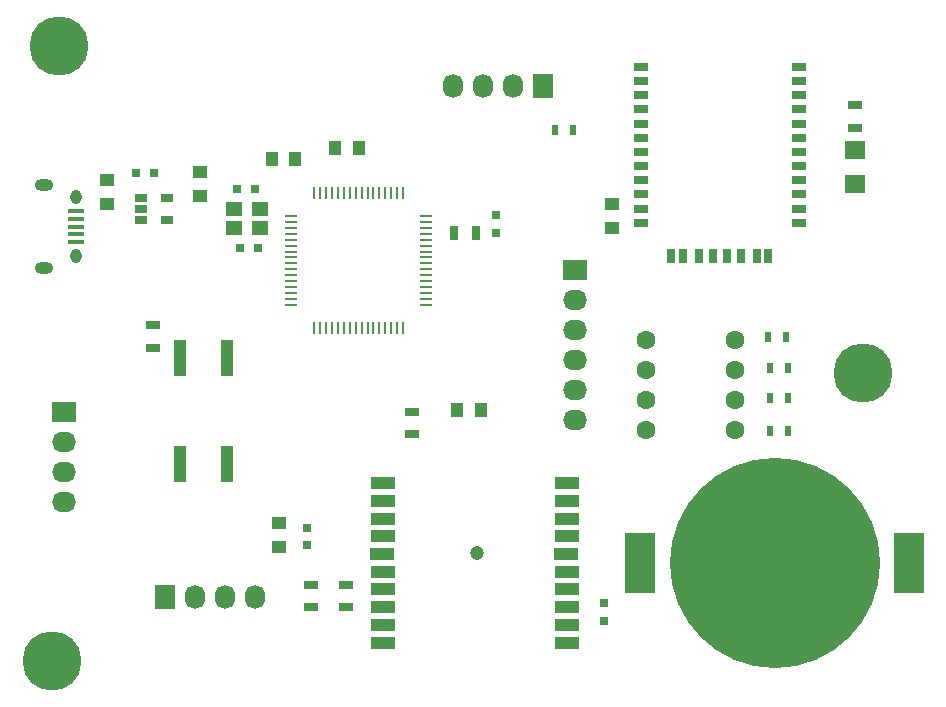
<source format=gbr>
G04 #@! TF.FileFunction,Soldermask,Top*
%FSLAX46Y46*%
G04 Gerber Fmt 4.6, Leading zero omitted, Abs format (unit mm)*
G04 Created by KiCad (PCBNEW (2015-07-31 BZR 6030)-product) date Fri Sep 11 12:40:14 2015*
%MOMM*%
G01*
G04 APERTURE LIST*
%ADD10C,0.100000*%
%ADD11C,5.000000*%
%ADD12R,2.500000X5.100000*%
%ADD13C,17.800000*%
%ADD14R,1.250000X1.000000*%
%ADD15R,0.800000X0.750000*%
%ADD16R,1.000000X1.250000*%
%ADD17R,0.750000X0.800000*%
%ADD18R,1.350000X0.400000*%
%ADD19O,0.950000X1.250000*%
%ADD20O,1.550000X1.000000*%
%ADD21R,1.800860X1.597660*%
%ADD22R,2.032000X1.727200*%
%ADD23O,2.032000X1.727200*%
%ADD24R,1.727200X2.032000*%
%ADD25O,1.727200X2.032000*%
%ADD26R,0.700000X1.300000*%
%ADD27R,0.500000X0.900000*%
%ADD28R,1.300000X0.700000*%
%ADD29C,1.600000*%
%ADD30R,1.000000X3.100000*%
%ADD31R,1.060000X0.650000*%
%ADD32R,1.000000X0.250000*%
%ADD33R,0.250000X1.000000*%
%ADD34R,0.800000X1.300000*%
%ADD35R,1.300000X0.800000*%
%ADD36R,2.000000X1.000000*%
%ADD37C,1.200000*%
%ADD38R,1.400000X1.200000*%
G04 APERTURE END LIST*
D10*
D11*
X164541200Y-83007200D03*
X95859600Y-107391200D03*
D12*
X168413600Y-99110800D03*
D13*
X157073600Y-99110800D03*
D12*
X145623600Y-99110800D03*
D14*
X100482400Y-68716400D03*
X100482400Y-66716400D03*
D15*
X104483600Y-66141600D03*
X102983600Y-66141600D03*
D16*
X116468400Y-64922400D03*
X114468400Y-64922400D03*
X121853200Y-64008000D03*
X119853200Y-64008000D03*
D15*
X113018000Y-67462400D03*
X111518000Y-67462400D03*
D17*
X133451600Y-71158800D03*
X133451600Y-69658800D03*
D15*
X111772000Y-72440800D03*
X113272000Y-72440800D03*
D14*
X115062000Y-95774000D03*
X115062000Y-97774000D03*
X143256000Y-68748400D03*
X143256000Y-70748400D03*
D17*
X142595600Y-102526400D03*
X142595600Y-104026400D03*
X117449600Y-96125600D03*
X117449600Y-97625600D03*
D18*
X97891600Y-69342000D03*
X97891600Y-69992000D03*
X97891600Y-70642000D03*
X97891600Y-71292000D03*
X97891600Y-71942000D03*
D19*
X97891600Y-68142000D03*
X97891600Y-73142000D03*
D20*
X95191600Y-67142000D03*
X95191600Y-74142000D03*
D16*
X130165600Y-86156800D03*
X132165600Y-86156800D03*
D21*
X163880800Y-67002660D03*
X163880800Y-64162940D03*
D14*
X108356400Y-66056000D03*
X108356400Y-68056000D03*
D22*
X140106400Y-74320400D03*
D23*
X140106400Y-76860400D03*
X140106400Y-79400400D03*
X140106400Y-81940400D03*
X140106400Y-84480400D03*
X140106400Y-87020400D03*
D24*
X137414000Y-58775600D03*
D25*
X134874000Y-58775600D03*
X132334000Y-58775600D03*
X129794000Y-58775600D03*
D24*
X105460800Y-102006400D03*
D25*
X108000800Y-102006400D03*
X110540800Y-102006400D03*
X113080800Y-102006400D03*
D22*
X96875600Y-86360000D03*
D23*
X96875600Y-88900000D03*
X96875600Y-91440000D03*
X96875600Y-93980000D03*
D26*
X129860000Y-71170800D03*
X131760000Y-71170800D03*
D27*
X139942000Y-62433200D03*
X138442000Y-62433200D03*
D28*
X126339600Y-86324400D03*
X126339600Y-88224400D03*
X120751600Y-102854800D03*
X120751600Y-100954800D03*
X117805200Y-102854800D03*
X117805200Y-100954800D03*
D27*
X158128400Y-87985600D03*
X156628400Y-87985600D03*
X158128400Y-85191600D03*
X156628400Y-85191600D03*
X158128400Y-82651600D03*
X156628400Y-82651600D03*
X157976000Y-80010000D03*
X156476000Y-80010000D03*
D28*
X163880800Y-62265600D03*
X163880800Y-60365600D03*
X104394000Y-79009200D03*
X104394000Y-80909200D03*
D29*
X153710800Y-80264000D03*
X146110800Y-80264000D03*
X153710800Y-82804000D03*
X146110800Y-82804000D03*
X153710800Y-85344000D03*
X146110800Y-85344000D03*
X153710800Y-87884000D03*
X146110800Y-87884000D03*
D30*
X110661200Y-81808400D03*
X106661200Y-81808400D03*
X110661200Y-90708400D03*
X106661200Y-90708400D03*
D31*
X103395600Y-68188800D03*
X103395600Y-69138800D03*
X103395600Y-70088800D03*
X105595600Y-70088800D03*
X105595600Y-68188800D03*
D32*
X127518400Y-77257600D03*
X127518400Y-76757600D03*
X127518400Y-76257600D03*
X127518400Y-75757600D03*
X127518400Y-75257600D03*
X127518400Y-74757600D03*
X127518400Y-74257600D03*
X127518400Y-73757600D03*
X127518400Y-73257600D03*
X127518400Y-72757600D03*
X127518400Y-72257600D03*
X127518400Y-71757600D03*
X127518400Y-71257600D03*
X127518400Y-70757600D03*
X127518400Y-70257600D03*
X127518400Y-69757600D03*
D33*
X125568400Y-67807600D03*
X125068400Y-67807600D03*
X124568400Y-67807600D03*
X124068400Y-67807600D03*
X123568400Y-67807600D03*
X123068400Y-67807600D03*
X122568400Y-67807600D03*
X122068400Y-67807600D03*
X121568400Y-67807600D03*
X121068400Y-67807600D03*
X120568400Y-67807600D03*
X120068400Y-67807600D03*
X119568400Y-67807600D03*
X119068400Y-67807600D03*
X118568400Y-67807600D03*
X118068400Y-67807600D03*
D32*
X116118400Y-69757600D03*
X116118400Y-70257600D03*
X116118400Y-70757600D03*
X116118400Y-71257600D03*
X116118400Y-71757600D03*
X116118400Y-72257600D03*
X116118400Y-72757600D03*
X116118400Y-73257600D03*
X116118400Y-73757600D03*
X116118400Y-74257600D03*
X116118400Y-74757600D03*
X116118400Y-75257600D03*
X116118400Y-75757600D03*
X116118400Y-76257600D03*
X116118400Y-76757600D03*
X116118400Y-77257600D03*
D33*
X118068400Y-79207600D03*
X118568400Y-79207600D03*
X119068400Y-79207600D03*
X119568400Y-79207600D03*
X120068400Y-79207600D03*
X120568400Y-79207600D03*
X121068400Y-79207600D03*
X121568400Y-79207600D03*
X122068400Y-79207600D03*
X122568400Y-79207600D03*
X123068400Y-79207600D03*
X123568400Y-79207600D03*
X124068400Y-79207600D03*
X124568400Y-79207600D03*
X125068400Y-79207600D03*
X125568400Y-79207600D03*
D34*
X156504560Y-73116440D03*
X155504560Y-73116440D03*
X154204560Y-73116440D03*
X153004560Y-73116440D03*
X151804560Y-73116440D03*
X150604560Y-73116440D03*
X149304560Y-73116440D03*
D35*
X159104560Y-70316440D03*
X159104560Y-69116440D03*
X159104560Y-67916440D03*
X159104560Y-66716440D03*
X159104560Y-65516440D03*
X159104560Y-64316440D03*
X159104560Y-63116440D03*
X159104560Y-61916440D03*
X159104560Y-59516440D03*
X159104560Y-60716440D03*
X159104560Y-58316440D03*
X159104560Y-57116440D03*
X145704560Y-57116440D03*
X145704560Y-58316440D03*
X145704560Y-60716440D03*
X145704560Y-59516440D03*
X145704560Y-61916440D03*
X145704560Y-63116440D03*
X145704560Y-64316440D03*
X145704560Y-65516440D03*
X145704560Y-66716440D03*
X145704560Y-67916440D03*
X145704560Y-69116440D03*
X145704560Y-70316440D03*
D34*
X148304560Y-73116440D03*
D36*
X139473600Y-95360800D03*
X139473600Y-102860800D03*
X139473600Y-99860800D03*
X139473600Y-101360800D03*
X139373600Y-98360800D03*
X139473600Y-105860800D03*
X139473600Y-96860800D03*
X139473600Y-93860800D03*
X139473600Y-104360800D03*
X139473600Y-92360800D03*
X123873600Y-92360800D03*
X123873600Y-104360800D03*
X123873600Y-93860800D03*
X123873600Y-96860800D03*
X123873600Y-105860800D03*
X123773600Y-98360800D03*
X123873600Y-101360800D03*
X123873600Y-99860800D03*
X123873600Y-102860800D03*
X123873600Y-95360800D03*
D37*
X131873600Y-98310800D03*
D38*
X111269600Y-70751600D03*
X113469600Y-70751600D03*
X111269600Y-69151600D03*
X113469600Y-69151600D03*
D11*
X96469200Y-55372000D03*
M02*

</source>
